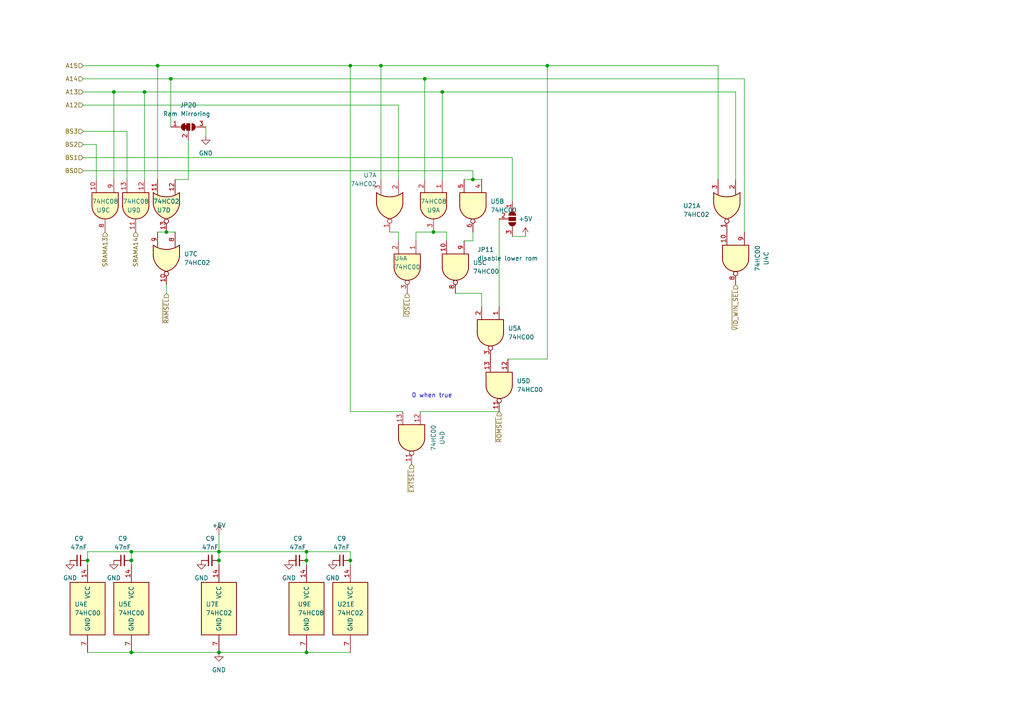
<source format=kicad_sch>
(kicad_sch (version 20230121) (generator eeschema)
  (paper "A4")
  (lib_symbols
    (symbol "74xx:74HC00" (pin_names (offset 1.016))
      (property "Reference" "U" (at 0 1.27 0))
      (property "Value" "74HC00" (at 0 -1.27 0))
      (symbol "74HC00_1_1"
        (arc (start 0 -3.81) (mid 3.7934 0) (end 0 3.81) (stroke (width 0.254)) (fill (type background)))
        (polyline (pts (xy 0 3.81) (xy -3.81 3.81) (xy -3.81 -3.81) (xy 0 -3.81)) (stroke (width 0.254)) (fill (type background)))
        (pin input line (at -7.62 2.54 0) (length 3.81) (name "~") (number "1"))
        (pin input line (at -7.62 -2.54 0) (length 3.81) (name "~") (number "2"))
        (pin output inverted (at 7.62 0 180) (length 3.81) (name "~") (number "3"))
      )
      (symbol "74HC00_1_2"
        (arc (start -3.81 -3.81) (mid -2.589 0) (end -3.81 3.81) (stroke (width 0.254)))
        (arc (start -0.6096 -3.81) (mid 2.1842 -2.5851) (end 3.81 0) (stroke (width 0.254)) (fill (type background)))
        (polyline (pts (xy -3.81 -3.81) (xy -0.635 -3.81)) (stroke (width 0.254)) (fill (type background)))
        (polyline (pts (xy -3.81 3.81) (xy -0.635 3.81)) (stroke (width 0.254)) (fill (type background)))
        (polyline (pts (xy -0.635 3.81) (xy -3.81 3.81) (xy -3.81 3.81) (xy -3.556 3.4036) (xy -3.0226 2.2606) (xy -2.6924 1.0414) (xy -2.6162 -0.254) (xy -2.7686 -1.4986) (xy -3.175 -2.7178) (xy -3.81 -3.81) (xy -3.81 -3.81) (xy -0.635 -3.81)) (stroke (width -25.4)) (fill (type background)))
        (arc (start 3.81 0) (mid 2.1915 2.5936) (end -0.6096 3.81) (stroke (width 0.254)) (fill (type background)))
        (pin input inverted (at -7.62 2.54 0) (length 4.318) (name "~") (number "1"))
        (pin input inverted (at -7.62 -2.54 0) (length 4.318) (name "~") (number "2"))
        (pin output line (at 7.62 0 180) (length 3.81) (name "~") (number "3"))
      )
      (symbol "74HC00_2_1"
        (arc (start 0 -3.81) (mid 3.7934 0) (end 0 3.81) (stroke (width 0.254)) (fill (type background)))
        (polyline (pts (xy 0 3.81) (xy -3.81 3.81) (xy -3.81 -3.81) (xy 0 -3.81)) (stroke (width 0.254)) (fill (type background)))
        (pin input line (at -7.62 2.54 0) (length 3.81) (name "~") (number "4"))
        (pin input line (at -7.62 -2.54 0) (length 3.81) (name "~") (number "5"))
        (pin output inverted (at 7.62 0 180) (length 3.81) (name "~") (number "6"))
      )
      (symbol "74HC00_2_2"
        (arc (start -3.81 -3.81) (mid -2.589 0) (end -3.81 3.81) (stroke (width 0.254)))
        (arc (start -0.6096 -3.81) (mid 2.1842 -2.5851) (end 3.81 0) (stroke (width 0.254)) (fill (type background)))
        (polyline (pts (xy -3.81 -3.81) (xy -0.635 -3.81)) (stroke (width 0.254)) (fill (type background)))
        (polyline (pts (xy -3.81 3.81) (xy -0.635 3.81)) (stroke (width 0.254)) (fill (type background)))
        (polyline (pts (xy -0.635 3.81) (xy -3.81 3.81) (xy -3.81 3.81) (xy -3.556 3.4036) (xy -3.0226 2.2606) (xy -2.6924 1.0414) (xy -2.6162 -0.254) (xy -2.7686 -1.4986) (xy -3.175 -2.7178) (xy -3.81 -3.81) (xy -3.81 -3.81) (xy -0.635 -3.81)) (stroke (width -25.4)) (fill (type background)))
        (arc (start 3.81 0) (mid 2.1915 2.5936) (end -0.6096 3.81) (stroke (width 0.254)) (fill (type background)))
        (pin input inverted (at -7.62 2.54 0) (length 4.318) (name "~") (number "4"))
        (pin input inverted (at -7.62 -2.54 0) (length 4.318) (name "~") (number "5"))
        (pin output line (at 7.62 0 180) (length 3.81) (name "~") (number "6"))
      )
      (symbol "74HC00_3_1"
        (arc (start 0 -3.81) (mid 3.7934 0) (end 0 3.81) (stroke (width 0.254)) (fill (type background)))
        (polyline (pts (xy 0 3.81) (xy -3.81 3.81) (xy -3.81 -3.81) (xy 0 -3.81)) (stroke (width 0.254)) (fill (type background)))
        (pin input line (at -7.62 -2.54 0) (length 3.81) (name "~") (number "10"))
        (pin output inverted (at 7.62 0 180) (length 3.81) (name "~") (number "8"))
        (pin input line (at -7.62 2.54 0) (length 3.81) (name "~") (number "9"))
      )
      (symbol "74HC00_3_2"
        (arc (start -3.81 -3.81) (mid -2.589 0) (end -3.81 3.81) (stroke (width 0.254)))
        (arc (start -0.6096 -3.81) (mid 2.1842 -2.5851) (end 3.81 0) (stroke (width 0.254)) (fill (type background)))
        (polyline (pts (xy -3.81 -3.81) (xy -0.635 -3.81)) (stroke (width 0.254)) (fill (type background)))
        (polyline (pts (xy -3.81 3.81) (xy -0.635 3.81)) (stroke (width 0.254)) (fill (type background)))
        (polyline (pts (xy -0.635 3.81) (xy -3.81 3.81) (xy -3.81 3.81) (xy -3.556 3.4036) (xy -3.0226 2.2606) (xy -2.6924 1.0414) (xy -2.6162 -0.254) (xy -2.7686 -1.4986) (xy -3.175 -2.7178) (xy -3.81 -3.81) (xy -3.81 -3.81) (xy -0.635 -3.81)) (stroke (width -25.4)) (fill (type background)))
        (arc (start 3.81 0) (mid 2.1915 2.5936) (end -0.6096 3.81) (stroke (width 0.254)) (fill (type background)))
        (pin input inverted (at -7.62 -2.54 0) (length 4.318) (name "~") (number "10"))
        (pin output line (at 7.62 0 180) (length 3.81) (name "~") (number "8"))
        (pin input inverted (at -7.62 2.54 0) (length 4.318) (name "~") (number "9"))
      )
      (symbol "74HC00_4_1"
        (arc (start 0 -3.81) (mid 3.7934 0) (end 0 3.81) (stroke (width 0.254)) (fill (type background)))
        (polyline (pts (xy 0 3.81) (xy -3.81 3.81) (xy -3.81 -3.81) (xy 0 -3.81)) (stroke (width 0.254)) (fill (type background)))
        (pin output inverted (at 7.62 0 180) (length 3.81) (name "~") (number "11"))
        (pin input line (at -7.62 2.54 0) (length 3.81) (name "~") (number "12"))
        (pin input line (at -7.62 -2.54 0) (length 3.81) (name "~") (number "13"))
      )
      (symbol "74HC00_4_2"
        (arc (start -3.81 -3.81) (mid -2.589 0) (end -3.81 3.81) (stroke (width 0.254)))
        (arc (start -0.6096 -3.81) (mid 2.1842 -2.5851) (end 3.81 0) (stroke (width 0.254)) (fill (type background)))
        (polyline (pts (xy -3.81 -3.81) (xy -0.635 -3.81)) (stroke (width 0.254)) (fill (type background)))
        (polyline (pts (xy -3.81 3.81) (xy -0.635 3.81)) (stroke (width 0.254)) (fill (type background)))
        (polyline (pts (xy -0.635 3.81) (xy -3.81 3.81) (xy -3.81 3.81) (xy -3.556 3.4036) (xy -3.0226 2.2606) (xy -2.6924 1.0414) (xy -2.6162 -0.254) (xy -2.7686 -1.4986) (xy -3.175 -2.7178) (xy -3.81 -3.81) (xy -3.81 -3.81) (xy -0.635 -3.81)) (stroke (width -25.4)) (fill (type background)))
        (arc (start 3.81 0) (mid 2.1915 2.5936) (end -0.6096 3.81) (stroke (width 0.254)) (fill (type background)))
        (pin output line (at 7.62 0 180) (length 3.81) (name "~") (number "11"))
        (pin input inverted (at -7.62 2.54 0) (length 4.318) (name "~") (number "12"))
        (pin input inverted (at -7.62 -2.54 0) (length 4.318) (name "~") (number "13"))
      )
      (symbol "74HC00_5_0"
        (pin power_in line (at 0 12.7 270) (length 5.08) (name "VCC") (number "14"))
        (pin power_in line (at 0 -12.7 90) (length 5.08) (name "GND") (number "7"))
      )
      (symbol "74HC00_5_1"
        (rectangle (start -5.08 7.62) (end 5.08 -7.62) (stroke (width 0.254)) (fill (type background)))
      )
    )
    (symbol "74xx:74HCT00" (pin_names (offset 1.016))
      (property "Reference" "U" (at 0 1.27 0))
      (property "Value" "74HCT00" (at 0 -1.27 0))
      (symbol "74HCT00_1_1"
        (arc (start 0 -3.81) (mid 3.7934 0) (end 0 3.81) (stroke (width 0.254)) (fill (type background)))
        (polyline (pts (xy 0 3.81) (xy -3.81 3.81) (xy -3.81 -3.81) (xy 0 -3.81)) (stroke (width 0.254)) (fill (type background)))
        (pin input line (at -7.62 2.54 0) (length 3.81) (name "~") (number "1"))
        (pin input line (at -7.62 -2.54 0) (length 3.81) (name "~") (number "2"))
        (pin output inverted (at 7.62 0 180) (length 3.81) (name "~") (number "3"))
      )
      (symbol "74HCT00_1_2"
        (arc (start -3.81 -3.81) (mid -2.589 0) (end -3.81 3.81) (stroke (width 0.254)))
        (arc (start -0.6096 -3.81) (mid 2.1842 -2.5851) (end 3.81 0) (stroke (width 0.254)) (fill (type background)))
        (polyline (pts (xy -3.81 -3.81) (xy -0.635 -3.81)) (stroke (width 0.254)) (fill (type background)))
        (polyline (pts (xy -3.81 3.81) (xy -0.635 3.81)) (stroke (width 0.254)) (fill (type background)))
        (polyline (pts (xy -0.635 3.81) (xy -3.81 3.81) (xy -3.81 3.81) (xy -3.556 3.4036) (xy -3.0226 2.2606) (xy -2.6924 1.0414) (xy -2.6162 -0.254) (xy -2.7686 -1.4986) (xy -3.175 -2.7178) (xy -3.81 -3.81) (xy -3.81 -3.81) (xy -0.635 -3.81)) (stroke (width -25.4)) (fill (type background)))
        (arc (start 3.81 0) (mid 2.1915 2.5936) (end -0.6096 3.81) (stroke (width 0.254)) (fill (type background)))
        (pin input inverted (at -7.62 2.54 0) (length 4.318) (name "~") (number "1"))
        (pin input inverted (at -7.62 -2.54 0) (length 4.318) (name "~") (number "2"))
        (pin output line (at 7.62 0 180) (length 3.81) (name "~") (number "3"))
      )
      (symbol "74HCT00_2_1"
        (arc (start 0 -3.81) (mid 3.7934 0) (end 0 3.81) (stroke (width 0.254)) (fill (type background)))
        (polyline (pts (xy 0 3.81) (xy -3.81 3.81) (xy -3.81 -3.81) (xy 0 -3.81)) (stroke (width 0.254)) (fill (type background)))
        (pin input line (at -7.62 2.54 0) (length 3.81) (name "~") (number "4"))
        (pin input line (at -7.62 -2.54 0) (length 3.81) (name "~") (number "5"))
        (pin output inverted (at 7.62 0 180) (length 3.81) (name "~") (number "6"))
      )
      (symbol "74HCT00_2_2"
        (arc (start -3.81 -3.81) (mid -2.589 0) (end -3.81 3.81) (stroke (width 0.254)))
        (arc (start -0.6096 -3.81) (mid 2.1842 -2.5851) (end 3.81 0) (stroke (width 0.254)) (fill (type background)))
        (polyline (pts (xy -3.81 -3.81) (xy -0.635 -3.81)) (stroke (width 0.254)) (fill (type background)))
        (polyline (pts (xy -3.81 3.81) (xy -0.635 3.81)) (stroke (width 0.254)) (fill (type background)))
        (polyline (pts (xy -0.635 3.81) (xy -3.81 3.81) (xy -3.81 3.81) (xy -3.556 3.4036) (xy -3.0226 2.2606) (xy -2.6924 1.0414) (xy -2.6162 -0.254) (xy -2.7686 -1.4986) (xy -3.175 -2.7178) (xy -3.81 -3.81) (xy -3.81 -3.81) (xy -0.635 -3.81)) (stroke (width -25.4)) (fill (type background)))
        (arc (start 3.81 0) (mid 2.1915 2.5936) (end -0.6096 3.81) (stroke (width 0.254)) (fill (type background)))
        (pin input inverted (at -7.62 2.54 0) (length 4.318) (name "~") (number "4"))
        (pin input inverted (at -7.62 -2.54 0) (length 4.318) (name "~") (number "5"))
        (pin output line (at 7.62 0 180) (length 3.81) (name "~") (number "6"))
      )
      (symbol "74HCT00_3_1"
        (arc (start 0 -3.81) (mid 3.7934 0) (end 0 3.81) (stroke (width 0.254)) (fill (type background)))
        (polyline (pts (xy 0 3.81) (xy -3.81 3.81) (xy -3.81 -3.81) (xy 0 -3.81)) (stroke (width 0.254)) (fill (type background)))
        (pin input line (at -7.62 -2.54 0) (length 3.81) (name "~") (number "10"))
        (pin output inverted (at 7.62 0 180) (length 3.81) (name "~") (number "8"))
        (pin input line (at -7.62 2.54 0) (length 3.81) (name "~") (number "9"))
      )
      (symbol "74HCT00_3_2"
        (arc (start -3.81 -3.81) (mid -2.589 0) (end -3.81 3.81) (stroke (width 0.254)))
        (arc (start -0.6096 -3.81) (mid 2.1842 -2.5851) (end 3.81 0) (stroke (width 0.254)) (fill (type background)))
        (polyline (pts (xy -3.81 -3.81) (xy -0.635 -3.81)) (stroke (width 0.254)) (fill (type background)))
        (polyline (pts (xy -3.81 3.81) (xy -0.635 3.81)) (stroke (width 0.254)) (fill (type background)))
        (polyline (pts (xy -0.635 3.81) (xy -3.81 3.81) (xy -3.81 3.81) (xy -3.556 3.4036) (xy -3.0226 2.2606) (xy -2.6924 1.0414) (xy -2.6162 -0.254) (xy -2.7686 -1.4986) (xy -3.175 -2.7178) (xy -3.81 -3.81) (xy -3.81 -3.81) (xy -0.635 -3.81)) (stroke (width -25.4)) (fill (type background)))
        (arc (start 3.81 0) (mid 2.1915 2.5936) (end -0.6096 3.81) (stroke (width 0.254)) (fill (type background)))
        (pin input inverted (at -7.62 -2.54 0) (length 4.318) (name "~") (number "10"))
        (pin output line (at 7.62 0 180) (length 3.81) (name "~") (number "8"))
        (pin input inverted (at -7.62 2.54 0) (length 4.318) (name "~") (number "9"))
      )
      (symbol "74HCT00_4_1"
        (arc (start 0 -3.81) (mid 3.7934 0) (end 0 3.81) (stroke (width 0.254)) (fill (type background)))
        (polyline (pts (xy 0 3.81) (xy -3.81 3.81) (xy -3.81 -3.81) (xy 0 -3.81)) (stroke (width 0.254)) (fill (type background)))
        (pin output inverted (at 7.62 0 180) (length 3.81) (name "~") (number "11"))
        (pin input line (at -7.62 2.54 0) (length 3.81) (name "~") (number "12"))
        (pin input line (at -7.62 -2.54 0) (length 3.81) (name "~") (number "13"))
      )
      (symbol "74HCT00_4_2"
        (arc (start -3.81 -3.81) (mid -2.589 0) (end -3.81 3.81) (stroke (width 0.254)))
        (arc (start -0.6096 -3.81) (mid 2.1842 -2.5851) (end 3.81 0) (stroke (width 0.254)) (fill (type background)))
        (polyline (pts (xy -3.81 -3.81) (xy -0.635 -3.81)) (stroke (width 0.254)) (fill (type background)))
        (polyline (pts (xy -3.81 3.81) (xy -0.635 3.81)) (stroke (width 0.254)) (fill (type background)))
        (polyline (pts (xy -0.635 3.81) (xy -3.81 3.81) (xy -3.81 3.81) (xy -3.556 3.4036) (xy -3.0226 2.2606) (xy -2.6924 1.0414) (xy -2.6162 -0.254) (xy -2.7686 -1.4986) (xy -3.175 -2.7178) (xy -3.81 -3.81) (xy -3.81 -3.81) (xy -0.635 -3.81)) (stroke (width -25.4)) (fill (type background)))
        (arc (start 3.81 0) (mid 2.1915 2.5936) (end -0.6096 3.81) (stroke (width 0.254)) (fill (type background)))
        (pin output line (at 7.62 0 180) (length 3.81) (name "~") (number "11"))
        (pin input inverted (at -7.62 2.54 0) (length 4.318) (name "~") (number "12"))
        (pin input inverted (at -7.62 -2.54 0) (length 4.318) (name "~") (number "13"))
      )
      (symbol "74HCT00_5_0"
        (pin power_in line (at 0 12.7 270) (length 5.08) (name "VCC") (number "14"))
        (pin power_in line (at 0 -12.7 90) (length 5.08) (name "GND") (number "7"))
      )
      (symbol "74HCT00_5_1"
        (rectangle (start -5.08 7.62) (end 5.08 -7.62) (stroke (width 0.254)) (fill (type background)))
      )
    )
    (symbol "74xx:74HCT02" (pin_names (offset 1.016))
      (property "Reference" "U" (at 0 1.27 0))
      (property "Value" "74HCT02" (at 0 -1.27 0))
      (symbol "74HCT02_1_1"
        (arc (start -3.81 -3.81) (mid -2.589 0) (end -3.81 3.81) (stroke (width 0.254)))
        (arc (start -0.6096 -3.81) (mid 2.1842 -2.5851) (end 3.81 0) (stroke (width 0.254)) (fill (type background)))
        (polyline (pts (xy -3.81 -3.81) (xy -0.635 -3.81)) (stroke (width 0.254)) (fill (type background)))
        (polyline (pts (xy -3.81 3.81) (xy -0.635 3.81)) (stroke (width 0.254)) (fill (type background)))
        (polyline (pts (xy -0.635 3.81) (xy -3.81 3.81) (xy -3.81 3.81) (xy -3.556 3.4036) (xy -3.0226 2.2606) (xy -2.6924 1.0414) (xy -2.6162 -0.254) (xy -2.7686 -1.4986) (xy -3.175 -2.7178) (xy -3.81 -3.81) (xy -3.81 -3.81) (xy -0.635 -3.81)) (stroke (width -25.4)) (fill (type background)))
        (arc (start 3.81 0) (mid 2.1915 2.5936) (end -0.6096 3.81) (stroke (width 0.254)) (fill (type background)))
        (pin output inverted (at 7.62 0 180) (length 3.81) (name "~") (number "1"))
        (pin input line (at -7.62 2.54 0) (length 4.318) (name "~") (number "2"))
        (pin input line (at -7.62 -2.54 0) (length 4.318) (name "~") (number "3"))
      )
      (symbol "74HCT02_1_2"
        (arc (start 0 -3.81) (mid 3.7934 0) (end 0 3.81) (stroke (width 0.254)) (fill (type background)))
        (polyline (pts (xy 0 3.81) (xy -3.81 3.81) (xy -3.81 -3.81) (xy 0 -3.81)) (stroke (width 0.254)) (fill (type background)))
        (pin output line (at 7.62 0 180) (length 3.81) (name "~") (number "1"))
        (pin input inverted (at -7.62 2.54 0) (length 3.81) (name "~") (number "2"))
        (pin input inverted (at -7.62 -2.54 0) (length 3.81) (name "~") (number "3"))
      )
      (symbol "74HCT02_2_1"
        (arc (start -3.81 -3.81) (mid -2.589 0) (end -3.81 3.81) (stroke (width 0.254)))
        (arc (start -0.6096 -3.81) (mid 2.1842 -2.5851) (end 3.81 0) (stroke (width 0.254)) (fill (type background)))
        (polyline (pts (xy -3.81 -3.81) (xy -0.635 -3.81)) (stroke (width 0.254)) (fill (type background)))
        (polyline (pts (xy -3.81 3.81) (xy -0.635 3.81)) (stroke (width 0.254)) (fill (type background)))
        (polyline (pts (xy -0.635 3.81) (xy -3.81 3.81) (xy -3.81 3.81) (xy -3.556 3.4036) (xy -3.0226 2.2606) (xy -2.6924 1.0414) (xy -2.6162 -0.254) (xy -2.7686 -1.4986) (xy -3.175 -2.7178) (xy -3.81 -3.81) (xy -3.81 -3.81) (xy -0.635 -3.81)) (stroke (width -25.4)) (fill (type background)))
        (arc (start 3.81 0) (mid 2.1915 2.5936) (end -0.6096 3.81) (stroke (width 0.254)) (fill (type background)))
        (pin output inverted (at 7.62 0 180) (length 3.81) (name "~") (number "4"))
        (pin input line (at -7.62 2.54 0) (length 4.318) (name "~") (number "5"))
        (pin input line (at -7.62 -2.54 0) (length 4.318) (name "~") (number "6"))
      )
      (symbol "74HCT02_2_2"
        (arc (start 0 -3.81) (mid 3.7934 0) (end 0 3.81) (stroke (width 0.254)) (fill (type background)))
        (polyline (pts (xy 0 3.81) (xy -3.81 3.81) (xy -3.81 -3.81) (xy 0 -3.81)) (stroke (width 0.254)) (fill (type background)))
        (pin output line (at 7.62 0 180) (length 3.81) (name "~") (number "4"))
        (pin input inverted (at -7.62 2.54 0) (length 3.81) (name "~") (number "5"))
        (pin input inverted (at -7.62 -2.54 0) (length 3.81) (name "~") (number "6"))
      )
      (symbol "74HCT02_3_1"
        (arc (start -3.81 -3.81) (mid -2.589 0) (end -3.81 3.81) (stroke (width 0.254)))
        (arc (start -0.6096 -3.81) (mid 2.1842 -2.5851) (end 3.81 0) (stroke (width 0.254)) (fill (type background)))
        (polyline (pts (xy -3.81 -3.81) (xy -0.635 -3.81)) (stroke (width 0.254)) (fill (type background)))
        (polyline (pts (xy -3.81 3.81) (xy -0.635 3.81)) (stroke (width 0.254)) (fill (type background)))
        (polyline (pts (xy -0.635 3.81) (xy -3.81 3.81) (xy -3.81 3.81) (xy -3.556 3.4036) (xy -3.0226 2.2606) (xy -2.6924 1.0414) (xy -2.6162 -0.254) (xy -2.7686 -1.4986) (xy -3.175 -2.7178) (xy -3.81 -3.81) (xy -3.81 -3.81) (xy -0.635 -3.81)) (stroke (width -25.4)) (fill (type background)))
        (arc (start 3.81 0) (mid 2.1915 2.5936) (end -0.6096 3.81) (stroke (width 0.254)) (fill (type background)))
        (pin output inverted (at 7.62 0 180) (length 3.81) (name "~") (number "10"))
        (pin input line (at -7.62 2.54 0) (length 4.318) (name "~") (number "8"))
        (pin input line (at -7.62 -2.54 0) (length 4.318) (name "~") (number "9"))
      )
      (symbol "74HCT02_3_2"
        (arc (start 0 -3.81) (mid 3.7934 0) (end 0 3.81) (stroke (width 0.254)) (fill (type background)))
        (polyline (pts (xy 0 3.81) (xy -3.81 3.81) (xy -3.81 -3.81) (xy 0 -3.81)) (stroke (width 0.254)) (fill (type background)))
        (pin output line (at 7.62 0 180) (length 3.81) (name "~") (number "10"))
        (pin input inverted (at -7.62 2.54 0) (length 3.81) (name "~") (number "8"))
        (pin input inverted (at -7.62 -2.54 0) (length 3.81) (name "~") (number "9"))
      )
      (symbol "74HCT02_4_1"
        (arc (start -3.81 -3.81) (mid -2.589 0) (end -3.81 3.81) (stroke (width 0.254)))
        (arc (start -0.6096 -3.81) (mid 2.1842 -2.5851) (end 3.81 0) (stroke (width 0.254)) (fill (type background)))
        (polyline (pts (xy -3.81 -3.81) (xy -0.635 -3.81)) (stroke (width 0.254)) (fill (type background)))
        (polyline (pts (xy -3.81 3.81) (xy -0.635 3.81)) (stroke (width 0.254)) (fill (type background)))
        (polyline (pts (xy -0.635 3.81) (xy -3.81 3.81) (xy -3.81 3.81) (xy -3.556 3.4036) (xy -3.0226 2.2606) (xy -2.6924 1.0414) (xy -2.6162 -0.254) (xy -2.7686 -1.4986) (xy -3.175 -2.7178) (xy -3.81 -3.81) (xy -3.81 -3.81) (xy -0.635 -3.81)) (stroke (width -25.4)) (fill (type background)))
        (arc (start 3.81 0) (mid 2.1915 2.5936) (end -0.6096 3.81) (stroke (width 0.254)) (fill (type background)))
        (pin input line (at -7.62 2.54 0) (length 4.318) (name "~") (number "11"))
        (pin input line (at -7.62 -2.54 0) (length 4.318) (name "~") (number "12"))
        (pin output inverted (at 7.62 0 180) (length 3.81) (name "~") (number "13"))
      )
      (symbol "74HCT02_4_2"
        (arc (start 0 -3.81) (mid 3.7934 0) (end 0 3.81) (stroke (width 0.254)) (fill (type background)))
        (polyline (pts (xy 0 3.81) (xy -3.81 3.81) (xy -3.81 -3.81) (xy 0 -3.81)) (stroke (width 0.254)) (fill (type background)))
        (pin input inverted (at -7.62 2.54 0) (length 3.81) (name "~") (number "11"))
        (pin input inverted (at -7.62 -2.54 0) (length 3.81) (name "~") (number "12"))
        (pin output line (at 7.62 0 180) (length 3.81) (name "~") (number "13"))
      )
      (symbol "74HCT02_5_0"
        (pin power_in line (at 0 12.7 270) (length 5.08) (name "VCC") (number "14"))
        (pin power_in line (at 0 -12.7 90) (length 5.08) (name "GND") (number "7"))
      )
      (symbol "74HCT02_5_1"
        (rectangle (start -5.08 7.62) (end 5.08 -7.62) (stroke (width 0.254)) (fill (type background)))
      )
    )
    (symbol "74xx:74LS08" (pin_names (offset 1.016))
      (property "Reference" "U" (at 0 1.27 0))
      (property "Value" "74LS08" (at 0 -1.27 0))
      (symbol "74LS08_1_1"
        (arc (start 0 -3.81) (mid 3.7934 0) (end 0 3.81) (stroke (width 0.254)) (fill (type background)))
        (polyline (pts (xy 0 3.81) (xy -3.81 3.81) (xy -3.81 -3.81) (xy 0 -3.81)) (stroke (width 0.254)) (fill (type background)))
        (pin input line (at -7.62 2.54 0) (length 3.81) (name "~") (number "1"))
        (pin input line (at -7.62 -2.54 0) (length 3.81) (name "~") (number "2"))
        (pin output line (at 7.62 0 180) (length 3.81) (name "~") (number "3"))
      )
      (symbol "74LS08_1_2"
        (arc (start -3.81 -3.81) (mid -2.589 0) (end -3.81 3.81) (stroke (width 0.254)))
        (arc (start -0.6096 -3.81) (mid 2.1842 -2.5851) (end 3.81 0) (stroke (width 0.254)) (fill (type background)))
        (polyline (pts (xy -3.81 -3.81) (xy -0.635 -3.81)) (stroke (width 0.254)) (fill (type background)))
        (polyline (pts (xy -3.81 3.81) (xy -0.635 3.81)) (stroke (width 0.254)) (fill (type background)))
        (polyline (pts (xy -0.635 3.81) (xy -3.81 3.81) (xy -3.81 3.81) (xy -3.556 3.4036) (xy -3.0226 2.2606) (xy -2.6924 1.0414) (xy -2.6162 -0.254) (xy -2.7686 -1.4986) (xy -3.175 -2.7178) (xy -3.81 -3.81) (xy -3.81 -3.81) (xy -0.635 -3.81)) (stroke (width -25.4)) (fill (type background)))
        (arc (start 3.81 0) (mid 2.1915 2.5936) (end -0.6096 3.81) (stroke (width 0.254)) (fill (type background)))
        (pin input inverted (at -7.62 2.54 0) (length 4.318) (name "~") (number "1"))
        (pin input inverted (at -7.62 -2.54 0) (length 4.318) (name "~") (number "2"))
        (pin output inverted (at 7.62 0 180) (length 3.81) (name "~") (number "3"))
      )
      (symbol "74LS08_2_1"
        (arc (start 0 -3.81) (mid 3.7934 0) (end 0 3.81) (stroke (width 0.254)) (fill (type background)))
        (polyline (pts (xy 0 3.81) (xy -3.81 3.81) (xy -3.81 -3.81) (xy 0 -3.81)) (stroke (width 0.254)) (fill (type background)))
        (pin input line (at -7.62 2.54 0) (length 3.81) (name "~") (number "4"))
        (pin input line (at -7.62 -2.54 0) (length 3.81) (name "~") (number "5"))
        (pin output line (at 7.62 0 180) (length 3.81) (name "~") (number "6"))
      )
      (symbol "74LS08_2_2"
        (arc (start -3.81 -3.81) (mid -2.589 0) (end -3.81 3.81) (stroke (width 0.254)))
        (arc (start -0.6096 -3.81) (mid 2.1842 -2.5851) (end 3.81 0) (stroke (width 0.254)) (fill (type background)))
        (polyline (pts (xy -3.81 -3.81) (xy -0.635 -3.81)) (stroke (width 0.254)) (fill (type background)))
        (polyline (pts (xy -3.81 3.81) (xy -0.635 3.81)) (stroke (width 0.254)) (fill (type background)))
        (polyline (pts (xy -0.635 3.81) (xy -3.81 3.81) (xy -3.81 3.81) (xy -3.556 3.4036) (xy -3.0226 2.2606) (xy -2.6924 1.0414) (xy -2.6162 -0.254) (xy -2.7686 -1.4986) (xy -3.175 -2.7178) (xy -3.81 -3.81) (xy -3.81 -3.81) (xy -0.635 -3.81)) (stroke (width -25.4)) (fill (type background)))
        (arc (start 3.81 0) (mid 2.1915 2.5936) (end -0.6096 3.81) (stroke (width 0.254)) (fill (type background)))
        (pin input inverted (at -7.62 2.54 0) (length 4.318) (name "~") (number "4"))
        (pin input inverted (at -7.62 -2.54 0) (length 4.318) (name "~") (number "5"))
        (pin output inverted (at 7.62 0 180) (length 3.81) (name "~") (number "6"))
      )
      (symbol "74LS08_3_1"
        (arc (start 0 -3.81) (mid 3.7934 0) (end 0 3.81) (stroke (width 0.254)) (fill (type background)))
        (polyline (pts (xy 0 3.81) (xy -3.81 3.81) (xy -3.81 -3.81) (xy 0 -3.81)) (stroke (width 0.254)) (fill (type background)))
        (pin input line (at -7.62 -2.54 0) (length 3.81) (name "~") (number "10"))
        (pin output line (at 7.62 0 180) (length 3.81) (name "~") (number "8"))
        (pin input line (at -7.62 2.54 0) (length 3.81) (name "~") (number "9"))
      )
      (symbol "74LS08_3_2"
        (arc (start -3.81 -3.81) (mid -2.589 0) (end -3.81 3.81) (stroke (width 0.254)))
        (arc (start -0.6096 -3.81) (mid 2.1842 -2.5851) (end 3.81 0) (stroke (width 0.254)) (fill (type background)))
        (polyline (pts (xy -3.81 -3.81) (xy -0.635 -3.81)) (stroke (width 0.254)) (fill (type background)))
        (polyline (pts (xy -3.81 3.81) (xy -0.635 3.81)) (stroke (width 0.254)) (fill (type background)))
        (polyline (pts (xy -0.635 3.81) (xy -3.81 3.81) (xy -3.81 3.81) (xy -3.556 3.4036) (xy -3.0226 2.2606) (xy -2.6924 1.0414) (xy -2.6162 -0.254) (xy -2.7686 -1.4986) (xy -3.175 -2.7178) (xy -3.81 -3.81) (xy -3.81 -3.81) (xy -0.635 -3.81)) (stroke (width -25.4)) (fill (type background)))
        (arc (start 3.81 0) (mid 2.1915 2.5936) (end -0.6096 3.81) (stroke (width 0.254)) (fill (type background)))
        (pin input inverted (at -7.62 -2.54 0) (length 4.318) (name "~") (number "10"))
        (pin output inverted (at 7.62 0 180) (length 3.81) (name "~") (number "8"))
        (pin input inverted (at -7.62 2.54 0) (length 4.318) (name "~") (number "9"))
      )
      (symbol "74LS08_4_1"
        (arc (start 0 -3.81) (mid 3.7934 0) (end 0 3.81) (stroke (width 0.254)) (fill (type background)))
        (polyline (pts (xy 0 3.81) (xy -3.81 3.81) (xy -3.81 -3.81) (xy 0 -3.81)) (stroke (width 0.254)) (fill (type background)))
        (pin output line (at 7.62 0 180) (length 3.81) (name "~") (number "11"))
        (pin input line (at -7.62 2.54 0) (length 3.81) (name "~") (number "12"))
        (pin input line (at -7.62 -2.54 0) (length 3.81) (name "~") (number "13"))
      )
      (symbol "74LS08_4_2"
        (arc (start -3.81 -3.81) (mid -2.589 0) (end -3.81 3.81) (stroke (width 0.254)))
        (arc (start -0.6096 -3.81) (mid 2.1842 -2.5851) (end 3.81 0) (stroke (width 0.254)) (fill (type background)))
        (polyline (pts (xy -3.81 -3.81) (xy -0.635 -3.81)) (stroke (width 0.254)) (fill (type background)))
        (polyline (pts (xy -3.81 3.81) (xy -0.635 3.81)) (stroke (width 0.254)) (fill (type background)))
        (polyline (pts (xy -0.635 3.81) (xy -3.81 3.81) (xy -3.81 3.81) (xy -3.556 3.4036) (xy -3.0226 2.2606) (xy -2.6924 1.0414) (xy -2.6162 -0.254) (xy -2.7686 -1.4986) (xy -3.175 -2.7178) (xy -3.81 -3.81) (xy -3.81 -3.81) (xy -0.635 -3.81)) (stroke (width -25.4)) (fill (type background)))
        (arc (start 3.81 0) (mid 2.1915 2.5936) (end -0.6096 3.81) (stroke (width 0.254)) (fill (type background)))
        (pin output inverted (at 7.62 0 180) (length 3.81) (name "~") (number "11"))
        (pin input inverted (at -7.62 2.54 0) (length 4.318) (name "~") (number "12"))
        (pin input inverted (at -7.62 -2.54 0) (length 4.318) (name "~") (number "13"))
      )
      (symbol "74LS08_5_0"
        (pin power_in line (at 0 12.7 270) (length 5.08) (name "VCC") (number "14"))
        (pin power_in line (at 0 -12.7 90) (length 5.08) (name "GND") (number "7"))
      )
      (symbol "74LS08_5_1"
        (rectangle (start -5.08 7.62) (end 5.08 -7.62) (stroke (width 0.254)) (fill (type background)))
      )
    )
    (symbol "74xx:74LS32" (pin_names (offset 1.016))
      (property "Reference" "U" (at 0 1.27 0))
      (property "Value" "74LS32" (at 0 -1.27 0))
      (symbol "74LS32_1_1"
        (arc (start -3.81 -3.81) (mid -2.589 0) (end -3.81 3.81) (stroke (width 0.254)))
        (arc (start -0.6096 -3.81) (mid 2.1842 -2.5851) (end 3.81 0) (stroke (width 0.254)) (fill (type background)))
        (polyline (pts (xy -3.81 -3.81) (xy -0.635 -3.81)) (stroke (width 0.254)) (fill (type background)))
        (polyline (pts (xy -3.81 3.81) (xy -0.635 3.81)) (stroke (width 0.254)) (fill (type background)))
        (polyline (pts (xy -0.635 3.81) (xy -3.81 3.81) (xy -3.81 3.81) (xy -3.556 3.4036) (xy -3.0226 2.2606) (xy -2.6924 1.0414) (xy -2.6162 -0.254) (xy -2.7686 -1.4986) (xy -3.175 -2.7178) (xy -3.81 -3.81) (xy -3.81 -3.81) (xy -0.635 -3.81)) (stroke (width -25.4)) (fill (type background)))
        (arc (start 3.81 0) (mid 2.1915 2.5936) (end -0.6096 3.81) (stroke (width 0.254)) (fill (type background)))
        (pin input line (at -7.62 2.54 0) (length 4.318) (name "~") (number "1"))
        (pin input line (at -7.62 -2.54 0) (length 4.318) (name "~") (number "2"))
        (pin output line (at 7.62 0 180) (length 3.81) (name "~") (number "3"))
      )
      (symbol "74LS32_1_2"
        (arc (start 0 -3.81) (mid 3.7934 0) (end 0 3.81) (stroke (width 0.254)) (fill (type background)))
        (polyline (pts (xy 0 3.81) (xy -3.81 3.81) (xy -3.81 -3.81) (xy 0 -3.81)) (stroke (width 0.254)) (fill (type background)))
        (pin input inverted (at -7.62 2.54 0) (length 3.81) (name "~") (number "1"))
        (pin input inverted (at -7.62 -2.54 0) (length 3.81) (name "~") (number "2"))
        (pin output inverted (at 7.62 0 180) (length 3.81) (name "~") (number "3"))
      )
      (symbol "74LS32_2_1"
        (arc (start -3.81 -3.81) (mid -2.589 0) (end -3.81 3.81) (stroke (width 0.254)))
        (arc (start -0.6096 -3.81) (mid 2.1842 -2.5851) (end 3.81 0) (stroke (width 0.254)) (fill (type background)))
        (polyline (pts (xy -3.81 -3.81) (xy -0.635 -3.81)) (stroke (width 0.254)) (fill (type background)))
        (polyline (pts (xy -3.81 3.81) (xy -0.635 3.81)) (stroke (width 0.254)) (fill (type background)))
        (polyline (pts (xy -0.635 3.81) (xy -3.81 3.81) (xy -3.81 3.81) (xy -3.556 3.4036) (xy -3.0226 2.2606) (xy -2.6924 1.0414) (xy -2.6162 -0.254) (xy -2.7686 -1.4986) (xy -3.175 -2.7178) (xy -3.81 -3.81) (xy -3.81 -3.81) (xy -0.635 -3.81)) (stroke (width -25.4)) (fill (type background)))
        (arc (start 3.81 0) (mid 2.1915 2.5936) (end -0.6096 3.81) (stroke (width 0.254)) (fill (type background)))
        (pin input line (at -7.62 2.54 0) (length 4.318) (name "~") (number "4"))
        (pin input line (at -7.62 -2.54 0) (length 4.318) (name "~") (number "5"))
        (pin output line (at 7.62 0 180) (length 3.81) (name "~") (number "6"))
      )
      (symbol "74LS32_2_2"
        (arc (start 0 -3.81) (mid 3.7934 0) (end 0 3.81) (stroke (width 0.254)) (fill (type background)))
        (polyline (pts (xy 0 3.81) (xy -3.81 3.81) (xy -3.81 -3.81) (xy 0 -3.81)) (stroke (width 0.254)) (fill (type background)))
        (pin input inverted (at -7.62 2.54 0) (length 3.81) (name "~") (number "4"))
        (pin input inverted (at -7.62 -2.54 0) (length 3.81) (name "~") (number "5"))
        (pin output inverted (at 7.62 0 180) (length 3.81) (name "~") (number "6"))
      )
      (symbol "74LS32_3_1"
        (arc (start -3.81 -3.81) (mid -2.589 0) (end -3.81 3.81) (stroke (width 0.254)))
        (arc (start -0.6096 -3.81) (mid 2.1842 -2.5851) (end 3.81 0) (stroke (width 0.254)) (fill (type background)))
        (polyline (pts (xy -3.81 -3.81) (xy -0.635 -3.81)) (stroke (width 0.254)) (fill (type background)))
        (polyline (pts (xy -3.81 3.81) (xy -0.635 3.81)) (stroke (width 0.254)) (fill (type background)))
        (polyline (pts (xy -0.635 3.81) (xy -3.81 3.81) (xy -3.81 3.81) (xy -3.556 3.4036) (xy -3.0226 2.2606) (xy -2.6924 1.0414) (xy -2.6162 -0.254) (xy -2.7686 -1.4986) (xy -3.175 -2.7178) (xy -3.81 -3.81) (xy -3.81 -3.81) (xy -0.635 -3.81)) (stroke (width -25.4)) (fill (type background)))
        (arc (start 3.81 0) (mid 2.1915 2.5936) (end -0.6096 3.81) (stroke (width 0.254)) (fill (type background)))
        (pin input line (at -7.62 -2.54 0) (length 4.318) (name "~") (number "10"))
        (pin output line (at 7.62 0 180) (length 3.81) (name "~") (number "8"))
        (pin input line (at -7.62 2.54 0) (length 4.318) (name "~") (number "9"))
      )
      (symbol "74LS32_3_2"
        (arc (start 0 -3.81) (mid 3.7934 0) (end 0 3.81) (stroke (width 0.254)) (fill (type background)))
        (polyline (pts (xy 0 3.81) (xy -3.81 3.81) (xy -3.81 -3.81) (xy 0 -3.81)) (stroke (width 0.254)) (fill (type background)))
        (pin input inverted (at -7.62 -2.54 0) (length 3.81) (name "~") (number "10"))
        (pin output inverted (at 7.62 0 180) (length 3.81) (name "~") (number "8"))
        (pin input inverted (at -7.62 2.54 0) (length 3.81) (name "~") (number "9"))
      )
      (symbol "74LS32_4_1"
        (arc (start -3.81 -3.81) (mid -2.589 0) (end -3.81 3.81) (stroke (width 0.254)))
        (arc (start -0.6096 -3.81) (mid 2.1842 -2.5851) (end 3.81 0) (stroke (width 0.254)) (fill (type background)))
        (polyline (pts (xy -3.81 -3.81) (xy -0.635 -3.81)) (stroke (width 0.254)) (fill (type background)))
        (polyline (pts (xy -3.81 3.81) (xy -0.635 3.81)) (stroke (width 0.254)) (fill (type background)))
        (polyline (pts (xy -0.635 3.81) (xy -3.81 3.81) (xy -3.81 3.81) (xy -3.556 3.4036) (xy -3.0226 2.2606) (xy -2.6924 1.0414) (xy -2.6162 -0.254) (xy -2.7686 -1.4986) (xy -3.175 -2.7178) (xy -3.81 -3.81) (xy -3.81 -3.81) (xy -0.635 -3.81)) (stroke (width -25.4)) (fill (type background)))
        (arc (start 3.81 0) (mid 2.1915 2.5936) (end -0.6096 3.81) (stroke (width 0.254)) (fill (type background)))
        (pin output line (at 7.62 0 180) (length 3.81) (name "~") (number "11"))
        (pin input line (at -7.62 2.54 0) (length 4.318) (name "~") (number "12"))
        (pin input line (at -7.62 -2.54 0) (length 4.318) (name "~") (number "13"))
      )
      (symbol "74LS32_4_2"
        (arc (start 0 -3.81) (mid 3.7934 0) (end 0 3.81) (stroke (width 0.254)) (fill (type background)))
        (polyline (pts (xy 0 3.81) (xy -3.81 3.81) (xy -3.81 -3.81) (xy 0 -3.81)) (stroke (width 0.254)) (fill (type background)))
        (pin output inverted (at 7.62 0 180) (length 3.81) (name "~") (number "11"))
        (pin input inverted (at -7.62 2.54 0) (length 3.81) (name "~") (number "12"))
        (pin input inverted (at -7.62 -2.54 0) (length 3.81) (name "~") (number "13"))
      )
      (symbol "74LS32_5_0"
        (pin power_in line (at 0 12.7 270) (length 5.08) (name "VCC") (number "14"))
        (pin power_in line (at 0 -12.7 90) (length 5.08) (name "GND") (number "7"))
      )
      (symbol "74LS32_5_1"
        (rectangle (start -5.08 7.62) (end 5.08 -7.62) (stroke (width 0.254)) (fill (type background)))
      )
    )
    (symbol "Device:C_Small" (pin_numbers hide) (pin_names (offset 0.254) hide)
      (property "Reference" "C" (at 0.254 1.778 0))
      (property "Value" "C_Small" (at 0.254 -2.032 0))
      (symbol "C_Small_0_1"
        (polyline (pts (xy -1.524 -0.508) (xy 1.524 -0.508)) (stroke (width 0.3302)))
        (polyline (pts (xy -1.524 0.508) (xy 1.524 0.508)) (stroke (width 0.3048)))
      )
      (symbol "C_Small_1_1"
        (pin passive line (at 0 2.54 270) (length 2.032) (name "~") (number "1"))
        (pin passive line (at 0 -2.54 90) (length 2.032) (name "~") (number "2"))
      )
    )
    (symbol "Jumper:SolderJumper_3_Bridged12" (pin_names (offset 0) hide)
      (property "Reference" "JP" (at -2.54 -2.54 0))
      (property "Value" "SolderJumper_3_Bridged12" (at 0 2.794 0))
      (symbol "SolderJumper_3_Bridged12_0_1"
        (rectangle (start -1.016 0.508) (end -0.508 -0.508) (fill (type outline)))
        (arc (start -1.016 1.016) (mid -2.0276 0) (end -1.016 -1.016))
        (arc (start -1.016 1.016) (mid -2.0276 0) (end -1.016 -1.016) (fill (type outline)))
        (rectangle (start -0.508 1.016) (end 0.508 -1.016) (fill (type outline)))
        (polyline (pts (xy -2.54 0) (xy -2.032 0)))
        (polyline (pts (xy -1.016 1.016) (xy -1.016 -1.016)))
        (polyline (pts (xy 0 -1.27) (xy 0 -1.016)))
        (polyline (pts (xy 1.016 1.016) (xy 1.016 -1.016)))
        (polyline (pts (xy 2.54 0) (xy 2.032 0)))
        (arc (start 1.016 -1.016) (mid 2.0276 0) (end 1.016 1.016))
        (arc (start 1.016 -1.016) (mid 2.0276 0) (end 1.016 1.016) (fill (type outline)))
      )
      (symbol "SolderJumper_3_Bridged12_1_1"
        (pin passive line (at -5.08 0 0) (length 2.54) (name "A") (number "1"))
        (pin passive line (at 0 -3.81 90) (length 2.54) (name "C") (number "2"))
        (pin passive line (at 5.08 0 180) (length 2.54) (name "B") (number "3"))
      )
    )
    (symbol "Jumper:SolderJumper_3_Open" (pin_names (offset 0) hide)
      (property "Reference" "JP" (at -2.54 -2.54 0))
      (property "Value" "SolderJumper_3_Open" (at 0 2.794 0))
      (symbol "SolderJumper_3_Open_0_1"
        (arc (start -1.016 1.016) (mid -2.0276 0) (end -1.016 -1.016))
        (arc (start -1.016 1.016) (mid -2.0276 0) (end -1.016 -1.016) (fill (type outline)))
        (rectangle (start -0.508 1.016) (end 0.508 -1.016) (fill (type outline)))
        (polyline (pts (xy -2.54 0) (xy -2.032 0)))
        (polyline (pts (xy -1.016 1.016) (xy -1.016 -1.016)))
        (polyline (pts (xy 0 -1.27) (xy 0 -1.016)))
        (polyline (pts (xy 1.016 1.016) (xy 1.016 -1.016)))
        (polyline (pts (xy 2.54 0) (xy 2.032 0)))
        (arc (start 1.016 -1.016) (mid 2.0276 0) (end 1.016 1.016))
        (arc (start 1.016 -1.016) (mid 2.0276 0) (end 1.016 1.016) (fill (type outline)))
      )
      (symbol "SolderJumper_3_Open_1_1"
        (pin passive line (at -5.08 0 0) (length 2.54) (name "A") (number "1"))
        (pin passive line (at 0 -3.81 90) (length 2.54) (name "C") (number "2"))
        (pin passive line (at 5.08 0 180) (length 2.54) (name "B") (number "3"))
      )
    )
    (symbol "power:+5V" (power) (pin_names (offset 0))
      (property "Value" "+5V" (at 0 3.556 0))
      (symbol "+5V_0_1"
        (polyline (pts (xy -0.762 1.27) (xy 0 2.54)))
        (polyline (pts (xy 0 0) (xy 0 2.54)))
        (polyline (pts (xy 0 2.54) (xy 0.762 1.27)))
      )
      (symbol "+5V_1_1"
        (pin power_in line (at 0 0 90) (length 0) hide (name "+5V") (number "1"))
      )
    )
    (symbol "power:GND" (power) (pin_names (offset 0))
      (property "Value" "GND" (at 0 -3.81 0))
      (symbol "GND_0_1"
        (polyline (pts (xy 0 0) (xy 0 -1.27) (xy 1.27 -1.27) (xy 0 -2.54) (xy -1.27 -1.27) (xy 0 -1.27)))
      )
      (symbol "GND_1_1"
        (pin power_in line (at 0 0 270) (length 0) hide (name "GND") (number "1"))
      )
    )
  )
  (junction (at 101.6 19.05))
  (junction (at 33.02 26.67))
  (junction (at 128.27 26.67))
  (junction (at 137.16 52.07))
  (junction (at 49.53 22.86))
  (junction (at 48.26 67.31))
  (junction (at 63.5 160.02))
  (junction (at 25.4 162.56))
  (junction (at 110.49 19.05))
  (junction (at 101.6 162.56))
  (junction (at 123.19 22.86))
  (junction (at 41.91 26.67))
  (junction (at 63.5 162.56))
  (junction (at 158.75 19.05))
  (junction (at 38.1 160.02))
  (junction (at 125.73 67.31))
  (junction (at 38.1 189.23))
  (junction (at 88.9 189.23))
  (junction (at 88.9 160.02))
  (junction (at 38.1 162.56))
  (junction (at 63.5 189.23))
  (junction (at 45.72 19.05))
  (junction (at 88.9 162.56))
  (wire (pts (xy 41.91 26.67) (xy 128.27 26.67)))
  (wire (pts (xy 88.9 160.02) (xy 88.9 162.56)))
  (wire (pts (xy 63.5 154.94) (xy 63.5 160.02)))
  (wire (pts (xy 120.65 67.31) (xy 120.65 69.85)))
  (wire (pts (xy 63.5 160.02) (xy 88.9 160.02)))
  (wire (pts (xy 45.72 19.05) (xy 45.72 52.07)))
  (wire (pts (xy 88.9 189.23) (xy 101.6 189.23)))
  (wire (pts (xy 24.13 30.48) (xy 115.57 30.48)))
  (wire (pts (xy 27.94 41.91) (xy 24.13 41.91)))
  (wire (pts (xy 213.36 52.07) (xy 213.36 26.67)))
  (wire (pts (xy 45.72 19.05) (xy 101.6 19.05)))
  (wire (pts (xy 41.91 26.67) (xy 41.91 52.07)))
  (wire (pts (xy 63.5 162.56) (xy 63.5 163.83)))
  (wire (pts (xy 120.65 67.31) (xy 125.73 67.31)))
  (wire (pts (xy 125.73 67.31) (xy 129.54 67.31)))
  (wire (pts (xy 27.94 52.07) (xy 27.94 41.91)))
  (wire (pts (xy 128.27 26.67) (xy 213.36 26.67)))
  (wire (pts (xy 110.49 19.05) (xy 158.75 19.05)))
  (wire (pts (xy 24.13 19.05) (xy 45.72 19.05)))
  (wire (pts (xy 24.13 45.72) (xy 148.59 45.72)))
  (wire (pts (xy 24.13 49.53) (xy 137.16 49.53)))
  (wire (pts (xy 113.03 67.31) (xy 115.57 67.31)))
  (wire (pts (xy 38.1 162.56) (xy 38.1 163.83)))
  (wire (pts (xy 137.16 67.31) (xy 137.16 69.85)))
  (wire (pts (xy 215.9 22.86) (xy 215.9 67.31)))
  (wire (pts (xy 115.57 67.31) (xy 115.57 69.85)))
  (wire (pts (xy 134.62 52.07) (xy 137.16 52.07)))
  (wire (pts (xy 101.6 162.56) (xy 101.6 163.83)))
  (wire (pts (xy 59.69 36.83) (xy 59.69 39.37)))
  (wire (pts (xy 38.1 160.02) (xy 63.5 160.02)))
  (wire (pts (xy 88.9 160.02) (xy 101.6 160.02)))
  (wire (pts (xy 139.7 85.09) (xy 139.7 88.9)))
  (wire (pts (xy 25.4 189.23) (xy 38.1 189.23)))
  (wire (pts (xy 24.13 22.86) (xy 49.53 22.86)))
  (wire (pts (xy 49.53 22.86) (xy 123.19 22.86)))
  (wire (pts (xy 36.83 38.1) (xy 24.13 38.1)))
  (wire (pts (xy 38.1 189.23) (xy 63.5 189.23)))
  (wire (pts (xy 38.1 160.02) (xy 38.1 162.56)))
  (wire (pts (xy 63.5 160.02) (xy 63.5 162.56)))
  (wire (pts (xy 148.59 45.72) (xy 148.59 58.42)))
  (wire (pts (xy 36.83 52.07) (xy 36.83 38.1)))
  (wire (pts (xy 25.4 160.02) (xy 38.1 160.02)))
  (wire (pts (xy 48.26 67.31) (xy 50.8 67.31)))
  (wire (pts (xy 45.72 67.31) (xy 48.26 67.31)))
  (wire (pts (xy 25.4 160.02) (xy 25.4 162.56)))
  (wire (pts (xy 208.28 52.07) (xy 208.28 19.05)))
  (wire (pts (xy 101.6 19.05) (xy 110.49 19.05)))
  (wire (pts (xy 148.59 68.58) (xy 152.4 68.58)))
  (wire (pts (xy 54.61 52.07) (xy 54.61 40.64)))
  (wire (pts (xy 110.49 19.05) (xy 110.49 52.07)))
  (wire (pts (xy 101.6 160.02) (xy 101.6 162.56)))
  (wire (pts (xy 158.75 19.05) (xy 208.28 19.05)))
  (wire (pts (xy 128.27 26.67) (xy 128.27 52.07)))
  (wire (pts (xy 41.91 26.67) (xy 33.02 26.67)))
  (wire (pts (xy 48.26 82.55) (xy 48.26 85.09)))
  (wire (pts (xy 137.16 49.53) (xy 137.16 52.07)))
  (wire (pts (xy 33.02 26.67) (xy 24.13 26.67)))
  (wire (pts (xy 158.75 104.14) (xy 147.32 104.14)))
  (wire (pts (xy 137.16 69.85) (xy 134.62 69.85)))
  (wire (pts (xy 158.75 19.05) (xy 158.75 104.14)))
  (wire (pts (xy 123.19 22.86) (xy 123.19 52.07)))
  (wire (pts (xy 132.08 85.09) (xy 139.7 85.09)))
  (wire (pts (xy 50.8 52.07) (xy 54.61 52.07)))
  (wire (pts (xy 139.7 52.07) (xy 137.16 52.07)))
  (wire (pts (xy 129.54 69.85) (xy 129.54 67.31)))
  (wire (pts (xy 144.78 63.5) (xy 144.78 88.9)))
  (wire (pts (xy 121.92 119.38) (xy 144.78 119.38)))
  (wire (pts (xy 123.19 22.86) (xy 215.9 22.86)))
  (wire (pts (xy 115.57 30.48) (xy 115.57 52.07)))
  (wire (pts (xy 116.84 119.38) (xy 101.6 119.38)))
  (wire (pts (xy 101.6 119.38) (xy 101.6 19.05)))
  (wire (pts (xy 63.5 189.23) (xy 88.9 189.23)))
  (wire (pts (xy 88.9 162.56) (xy 88.9 163.83)))
  (wire (pts (xy 25.4 162.56) (xy 25.4 163.83)))
  (wire (pts (xy 33.02 26.67) (xy 33.02 52.07)))
  (wire (pts (xy 49.53 22.86) (xy 49.53 36.83)))
  (text "0 when true" (at 119.38 115.57 0) (effects (font (size 1.27 1.27)) (justify left bottom)))
  (hierarchical_label "A13" (shape input) (at 24.13 26.67 180))
  (hierarchical_label "A14" (shape input) (at 24.13 22.86 180))
  (hierarchical_label "BS0" (shape input) (at 24.13 49.53 180))
  (hierarchical_label "BS3" (shape input) (at 24.13 38.1 180))
  (hierarchical_label "A12" (shape input) (at 24.13 30.48 180))
  (hierarchical_label "~{IOSEL}" (shape input) (at 118.11 85.09 270))
  (hierarchical_label "~{RAMSEL}" (shape input) (at 48.26 85.09 270))
  (hierarchical_label "~{EXTSEL}" (shape input) (at 119.38 134.62 270))
  (hierarchical_label "BS1" (shape input) (at 24.13 45.72 180))
  (hierarchical_label "~{VID_WIN_SEL}" (shape input) (at 213.36 82.55 270))
  (hierarchical_label "SRAMA13" (shape input) (at 30.48 67.31 270))
  (hierarchical_label "BS2" (shape input) (at 24.13 41.91 180))
  (hierarchical_label "~{ROMSEL}" (shape input) (at 144.78 119.38 270))
  (hierarchical_label "SRAMA14" (shape input) (at 39.37 67.31 270))
  (hierarchical_label "A15" (shape input) (at 24.13 19.05 180))
  (symbol (lib_id "74xx:74HCT02") (at 210.82 59.69 270) (unit 1)
    (property "Reference" "U21" (at 198.12 59.69 90) (effects (justify left)))
    (property "Value" "74HC02" (at 198.12 62.23 90) (effects (justify left)))
    (property "Footprint" "Package_SO:SOIC-14_3.9x8.7mm_P1.27mm" (effects hide))
    (property "Datasheet" "http://www.ti.com/lit/gpn/sn74hct02" (effects hide))
  )
  (symbol (lib_id "74xx:74HCT02") (at 48.26 74.93 270) (unit 3)
    (property "Reference" "U7" (at 53.34 73.66 90) (effects (justify left)))
    (property "Value" "74HC02" (at 53.34 76.2 90) (effects (justify left)))
    (property "Footprint" "Package_SO:SOIC-14_3.9x8.7mm_P1.27mm" (effects hide))
    (property "Datasheet" "http://www.ti.com/lit/gpn/sn74hct02" (effects hide))
  )
  (symbol (lib_id "74xx:74LS08") (at 30.48 59.69 270) (unit 3)
    (property "Reference" "U9" (at 27.94 60.96 90) (effects (justify left)))
    (property "Value" "74HC08" (at 26.67 58.42 90) (effects (justify left)))
    (property "Footprint" "Package_SO:SOIC-14_3.9x8.7mm_P1.27mm" (effects hide))
    (property "Datasheet" "http://www.ti.com/lit/gpn/sn74LS08" (effects hide))
  )
  (symbol (lib_id "Device:C_Small") (at 60.96 162.56 90) (unit 1)
    (property "Reference" "C9" (at 60.96 156.21 90))
    (property "Value" "47nF" (at 60.96 158.75 90))
    (property "Footprint" "Capacitor_SMD:C_0603_1608Metric_Pad1.08x0.95mm_HandSolder" (effects hide))
    (instances (project "Micro" (path "" (reference "C9") (unit 1)) (path "" (reference "C54") (unit 1))))
  )
  (symbol (lib_id "Jumper:SolderJumper_3_Open") (at 148.59 63.5 270) (unit 1)
    (property "Reference" "JP11" (at 138.43 72.39 90) (effects (justify left)))
    (property "Value" "disable lower rom" (at 138.43 74.93 90) (effects (justify left)))
    (property "Footprint" "Jumper:SolderJumper-3_P1.3mm_Bridged12_RoundedPad1.0x1.5mm_NumberLabels" (effects hide))
  )
  (symbol (lib_id "74xx:74HCT00") (at 119.38 127 270) (unit 4)
    (property "Reference" "U4" (at 128.27 126.9917 0))
    (property "Value" "74HC00" (at 125.73 126.9917 0))
    (property "Footprint" "Package_SO:SOIC-14_3.9x8.7mm_P1.27mm" (effects hide))
    (property "Datasheet" "http://www.ti.com/lit/gpn/sn74hct00" (effects hide))
  )
  (symbol (lib_id "74xx:74HCT02") (at 63.5 176.53 0) (unit 5)
    (property "Reference" "U7" (at 59.69 175.26 0) (effects (justify left)))
    (property "Value" "74HC02" (at 59.69 177.8 0) (effects (justify left)))
    (property "Footprint" "Package_SO:SOIC-14_3.9x8.7mm_P1.27mm" (effects hide))
    (property "Datasheet" "http://www.ti.com/lit/gpn/sn74hct02" (effects hide))
  )
  (symbol (lib_id "74xx:74HCT00") (at 213.36 74.93 270) (unit 3)
    (property "Reference" "U4" (at 222.25 74.9217 0))
    (property "Value" "74HC00" (at 219.71 74.9217 0))
    (property "Footprint" "Package_SO:SOIC-14_3.9x8.7mm_P1.27mm" (effects hide))
    (property "Datasheet" "http://www.ti.com/lit/gpn/sn74hct00" (effects hide))
  )
  (symbol (lib_id "74xx:74HCT00") (at 137.16 59.69 270) (unit 2)
    (property "Reference" "U5" (at 142.24 58.4117 90) (effects (justify left)))
    (property "Value" "74HC00" (at 142.24 60.9517 90) (effects (justify left)))
    (property "Footprint" "Package_SO:SOIC-14_3.9x8.7mm_P1.27mm" (effects hide))
    (property "Datasheet" "http://www.ti.com/lit/gpn/sn74hct00" (effects hide))
  )
  (symbol (lib_id "74xx:74HCT00") (at 25.4 176.53 0) (unit 5)
    (property "Reference" "U4" (at 21.59 175.26 0) (effects (justify left)))
    (property "Value" "74HC00" (at 21.59 177.8 0) (effects (justify left)))
    (property "Footprint" "Package_SO:SOIC-14_3.9x8.7mm_P1.27mm" (effects hide))
    (property "Datasheet" "http://www.ti.com/lit/gpn/sn74hct00" (effects hide))
  )
  (symbol (lib_id "74xx:74HCT02") (at 113.03 59.69 270) (unit 1)
    (property "Reference" "U7" (at 105.41 50.8 90) (effects (justify left)))
    (property "Value" "74HC02" (at 101.6 53.34 90) (effects (justify left)))
    (property "Footprint" "Package_SO:SOIC-14_3.9x8.7mm_P1.27mm" (effects hide))
    (property "Datasheet" "http://www.ti.com/lit/gpn/sn74hct02" (effects hide))
  )
  (symbol (lib_id "power:GND") (at 83.82 162.56 0) (unit 1)
    (property "Reference" "#PWR0128" (effects hide))
    (property "Value" "GND" (at 83.82 167.64 0))
    (instances (project "Micro" (path "" (reference "#PWR0128") (unit 1)) (path "" (reference "#PWR0183") (unit 1))))
  )
  (symbol (lib_id "power:GND") (at 63.5 189.23 0) (unit 1)
    (property "Reference" "#PWR08" (effects hide))
    (property "Value" "GND" (at 63.5 194.31 0))
  )
  (symbol (lib_id "power:GND") (at 20.32 162.56 0) (unit 1)
    (property "Reference" "#PWR0128" (effects hide))
    (property "Value" "GND" (at 20.32 167.64 0))
    (instances (project "Micro" (path "" (reference "#PWR0128") (unit 1)) (path "" (reference "#PWR0178") (unit 1))))
  )
  (symbol (lib_id "74xx:74HCT02") (at 209.55 241.3 270) (unit 2)
    (property "Reference" "U7" (at 214.63 240.03 90) (effects (justify left)))
    (property "Value" "74HC02" (at 214.63 242.57 90) (effects (justify left)))
    (property "Footprint" "Package_SO:SOIC-14_3.9x8.7mm_P1.27mm" (effects hide))
    (property "Datasheet" "http://www.ti.com/lit/gpn/sn74hct02" (effects hide))
  )
  (symbol (lib_id "74xx:74LS32") (at 298.45 240.03 270) (unit 3)
    (property "Reference" "U30" (at 295.91 238.76 90) (effects (justify left)))
    (property "Value" "74HC32" (at 295.91 241.3 90) (effects (justify left)))
    (property "Footprint" "Package_SO:SOIC-14_3.9x8.7mm_P1.27mm" (effects hide))
    (property "Datasheet" "http://www.ti.com/lit/gpn/sn74LS32" (effects hide))
  )
  (symbol (lib_id "74xx:74HCT00") (at 144.78 111.76 270) (unit 4)
    (property "Reference" "U5" (at 149.86 110.4817 90) (effects (justify left)))
    (property "Value" "74HC00" (at 149.86 113.0217 90) (effects (justify left)))
    (property "Footprint" "Package_SO:SOIC-14_3.9x8.7mm_P1.27mm" (effects hide))
    (property "Datasheet" "http://www.ti.com/lit/gpn/sn74hct00" (effects hide))
  )
  (symbol (lib_id "power:GND") (at 59.69 39.37 0) (unit 1)
    (property "Reference" "#PWR0222" (effects hide))
    (property "Value" "GND" (at 59.69 44.45 0))
  )
  (symbol (lib_id "Device:C_Small") (at 86.36 162.56 90) (unit 1)
    (property "Reference" "C9" (at 86.36 156.21 90))
    (property "Value" "47nF" (at 86.36 158.75 90))
    (property "Footprint" "Capacitor_SMD:C_0603_1608Metric_Pad1.08x0.95mm_HandSolder" (effects hide))
    (instances (project "Micro" (path "" (reference "C9") (unit 1)) (path "" (reference "C56") (unit 1))))
  )
  (symbol (lib_id "power:GND") (at 33.02 162.56 0) (unit 1)
    (property "Reference" "#PWR0128" (effects hide))
    (property "Value" "GND" (at 33.02 167.64 0))
    (instances (project "Micro" (path "" (reference "#PWR0128") (unit 1)) (path "" (reference "#PWR0179") (unit 1))))
  )
  (symbol (lib_id "74xx:74HC00") (at 142.24 96.52 270) (unit 1)
    (property "Reference" "U5" (at 147.32 95.2417 90) (effects (justify left)))
    (property "Value" "74HC00" (at 147.32 97.7817 90) (effects (justify left)))
    (property "Datasheet" "http://www.ti.com/lit/gpn/sn74hc00" (effects hide))
  )
  (symbol (lib_id "74xx:74LS08") (at 125.73 59.69 270) (unit 1)
    (property "Reference" "U9" (at 125.73 60.96 90))
    (property "Value" "74HC08" (at 125.73 58.42 90))
    (property "Footprint" "Package_SO:SOIC-14_3.9x8.7mm_P1.27mm" (effects hide))
    (property "Datasheet" "http://www.ti.com/lit/gpn/sn74LS08" (effects hide))
  )
  (symbol (lib_id "power:+5V") (at 63.5 154.94 0) (unit 1)
    (property "Reference" "#PWR07" (effects hide))
    (property "Value" "+5V" (at 63.5 152.4 0))
  )
  (symbol (lib_id "power:GND") (at 96.52 162.56 0) (unit 1)
    (property "Reference" "#PWR0128" (effects hide))
    (property "Value" "GND" (at 96.52 167.64 0))
    (instances (project "Micro" (path "" (reference "#PWR0128") (unit 1)) (path "" (reference "#PWR0184") (unit 1))))
  )
  (symbol (lib_id "Jumper:SolderJumper_3_Bridged12") (at 54.61 36.83 0) (unit 1)
    (property "Reference" "JP20" (at 54.61 30.48 0))
    (property "Value" "Ram Mirroring " (at 54.61 33.02 0))
    (property "Footprint" "Jumper:SolderJumper-3_P1.3mm_Bridged12_RoundedPad1.0x1.5mm_NumberLabels" (effects hide))
  )
  (symbol (lib_id "74xx:74LS08") (at 39.37 59.69 270) (unit 4)
    (property "Reference" "U9" (at 36.83 60.96 90) (effects (justify left)))
    (property "Value" "74HC08" (at 35.56 58.42 90) (effects (justify left)))
    (property "Footprint" "Package_SO:SOIC-14_3.9x8.7mm_P1.27mm" (effects hide))
    (property "Datasheet" "http://www.ti.com/lit/gpn/sn74LS08" (effects hide))
  )
  (symbol (lib_id "74xx:74LS08") (at 88.9 176.53 0) (unit 5)
    (property "Reference" "U9" (at 86.36 175.26 0) (effects (justify left)))
    (property "Value" "74HC08" (at 86.36 177.8 0) (effects (justify left)))
    (property "Footprint" "Package_SO:SOIC-14_3.9x8.7mm_P1.27mm" (effects hide))
    (property "Datasheet" "http://www.ti.com/lit/gpn/sn74LS08" (effects hide))
  )
  (symbol (lib_id "power:+5V") (at 152.4 68.58 0) (unit 1)
    (property "Reference" "#PWR038" (effects hide))
    (property "Value" "+5V" (at 152.4 63.5 0))
  )
  (symbol (lib_id "74xx:74HC00") (at 252.73 237.49 270) (unit 2)
    (property "Reference" "U4" (at 257.81 236.2117 90) (effects (justify left)))
    (property "Value" "74HC00" (at 257.81 238.7517 90) (effects (justify left)))
    (property "Datasheet" "http://www.ti.com/lit/gpn/sn74hc00" (effects hide))
  )
  (symbol (lib_id "74xx:74HCT02") (at 48.26 59.69 90) (mirror x) (unit 4)
    (property "Reference" "U7" (at 49.53 60.96 90) (effects (justify left)))
    (property "Value" "74HC02" (at 52.07 58.42 90) (effects (justify left)))
    (property "Footprint" "Package_SO:SOIC-14_3.9x8.7mm_P1.27mm" (effects hide))
    (property "Datasheet" "http://www.ti.com/lit/gpn/sn74hct02" (effects hide))
  )
  (symbol (lib_id "Device:C_Small") (at 22.86 162.56 90) (unit 1)
    (property "Reference" "C9" (at 22.86 156.21 90))
    (property "Value" "47nF" (at 22.86 158.75 90))
    (property "Footprint" "Capacitor_SMD:C_0603_1608Metric_Pad1.08x0.95mm_HandSolder" (effects hide))
    (instances (project "Micro" (path "" (reference "C9") (unit 1)) (path "" (reference "C51") (unit 1))))
  )
  (symbol (lib_id "Device:C_Small") (at 35.56 162.56 90) (unit 1)
    (property "Reference" "C9" (at 35.56 156.21 90))
    (property "Value" "47nF" (at 35.56 158.75 90))
    (property "Footprint" "Capacitor_SMD:C_0603_1608Metric_Pad1.08x0.95mm_HandSolder" (effects hide))
    (instances (project "Micro" (path "" (reference "C9") (unit 1)) (path "" (reference "C52") (unit 1))))
  )
  (symbol (lib_id "74xx:74HCT02") (at 276.86 257.81 270) (unit 2)
    (property "Reference" "U21" (at 265.43 259.08 90) (effects (justify left)))
    (property "Value" "74HC02" (at 265.43 261.62 90) (effects (justify left)))
    (property "Footprint" "Package_SO:SOIC-14_3.9x8.7mm_P1.27mm" (effects hide))
    (property "Datasheet" "http://www.ti.com/lit/gpn/sn74hct02" (effects hide))
  )
  (symbol (lib_id "74xx:74LS08") (at 96.52 242.57 270) (unit 2)
    (property "Reference" "U9" (at 96.52 243.84 90))
    (property "Value" "74HC08" (at 96.52 241.3 90))
    (property "Footprint" "Package_SO:SOIC-14_3.9x8.7mm_P1.27mm" (effects hide))
    (property "Datasheet" "http://www.ti.com/lit/gpn/sn74LS08" (effects hide))
  )
  (symbol (lib_id "74xx:74HCT02") (at 101.6 176.53 0) (unit 5)
    (property "Reference" "U21" (at 97.79 175.26 0) (effects (justify left)))
    (property "Value" "74HC02" (at 97.79 177.8 0) (effects (justify left)))
    (property "Footprint" "Package_SO:SOIC-14_3.9x8.7mm_P1.27mm" (effects hide))
    (property "Datasheet" "http://www.ti.com/lit/gpn/sn74hct02" (effects hide))
  )
  (symbol (lib_id "74xx:74HCT00") (at 118.11 77.47 270) (unit 1)
    (property "Reference" "U4" (at 114.3 74.93 90) (effects (justify left)))
    (property "Value" "74HC00" (at 114.3 77.47 90) (effects (justify left)))
    (property "Footprint" "Package_SO:SOIC-14_3.9x8.7mm_P1.27mm" (effects hide))
    (property "Datasheet" "http://www.ti.com/lit/gpn/sn74hct00" (effects hide))
  )
  (symbol (lib_id "Device:C_Small") (at 99.06 162.56 90) (unit 1)
    (property "Reference" "C9" (at 99.06 156.21 90))
    (property "Value" "47nF" (at 99.06 158.75 90))
    (property "Footprint" "Capacitor_SMD:C_0603_1608Metric_Pad1.08x0.95mm_HandSolder" (effects hide))
    (instances (project "Micro" (path "" (reference "C9") (unit 1)) (path "" (reference "C57") (unit 1))))
  )
  (symbol (lib_id "power:GND") (at 58.42 162.56 0) (unit 1)
    (property "Reference" "#PWR0128" (effects hide))
    (property "Value" "GND" (at 58.42 167.64 0))
    (instances (project "Micro" (path "" (reference "#PWR0128") (unit 1)) (path "" (reference "#PWR0181") (unit 1))))
  )
  (symbol (lib_id "74xx:74HCT00") (at 132.08 77.47 270) (unit 3)
    (property "Reference" "U5" (at 137.16 76.1917 90) (effects (justify left)))
    (property "Value" "74HC00" (at 137.16 78.7317 90) (effects (justify left)))
    (property "Footprint" "Package_SO:SOIC-14_3.9x8.7mm_P1.27mm" (effects hide))
    (property "Datasheet" "http://www.ti.com/lit/gpn/sn74hct00" (effects hide))
  )
  (symbol (lib_id "74xx:74HCT02") (at 276.86 240.03 270) (unit 3)
    (property "Reference" "U21" (at 281.94 238.76 90) (effects (justify left)))
    (property "Value" "74HC02" (at 281.94 241.3 90) (effects (justify left)))
    (property "Footprint" "Package_SO:SOIC-14_3.9x8.7mm_P1.27mm" (effects hide))
    (property "Datasheet" "http://www.ti.com/lit/gpn/sn74hct02" (effects hide))
  )
  (symbol (lib_id "74xx:74HCT00") (at 38.1 176.53 0) (unit 5)
    (property "Reference" "U5" (at 34.29 175.26 0) (effects (justify left)))
    (property "Value" "74HC00" (at 34.29 177.8 0) (effects (justify left)))
    (property "Footprint" "Package_SO:SOIC-14_3.9x8.7mm_P1.27mm" (effects hide))
    (property "Datasheet" "http://www.ti.com/lit/gpn/sn74hct00" (effects hide))
  )
)
</source>
